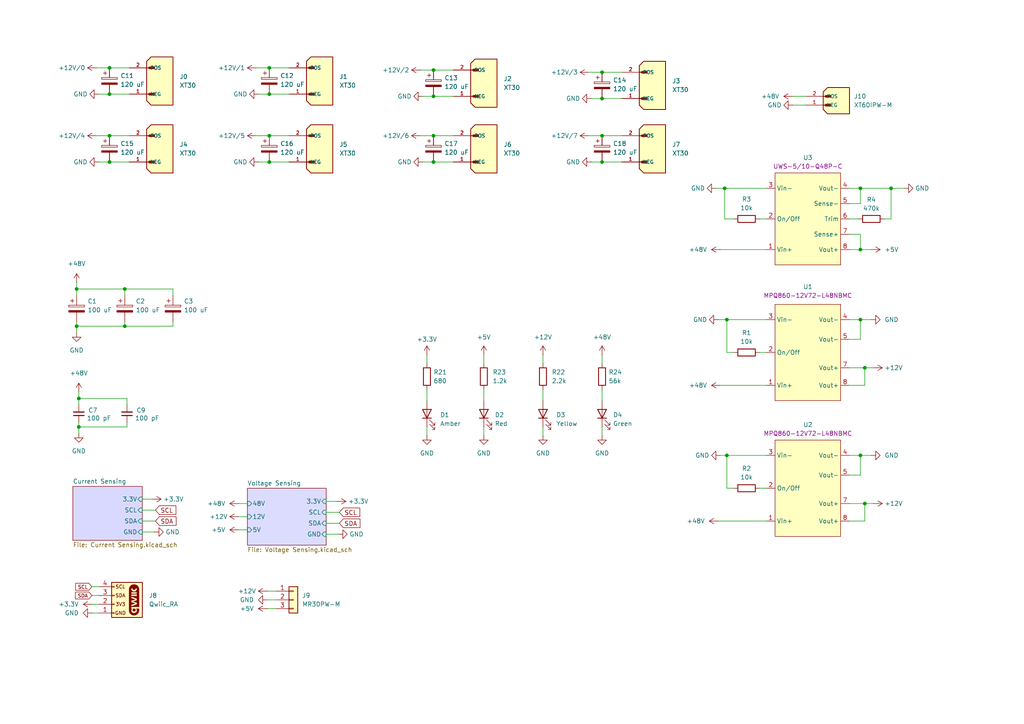
<source format=kicad_sch>
(kicad_sch (version 20231120) (generator "eeschema") (generator_version "8.0")
  (paper "A4")
  (junction (at 125.73 27.94))
  (junction (at 78.105 46.99))
  (junction (at 249.555 132.08))
  (junction (at 174.625 20.955))
  (junction (at 78.105 39.37))
  (junction (at 22.86 115.57))
  (junction (at 36.195 94.615))
  (junction (at 174.625 28.575))
  (junction (at 258.445 54.61))
  (junction (at 31.75 39.37))
  (junction (at 31.75 27.305))
  (junction (at 78.105 19.685))
  (junction (at 250.825 146.05))
  (junction (at 31.75 46.99))
  (junction (at 249.555 54.61))
  (junction (at 210.82 132.08))
  (junction (at 250.825 106.68))
  (junction (at 249.555 72.39))
  (junction (at 78.105 27.305))
  (junction (at 22.86 123.825))
  (junction (at 210.185 54.61))
  (junction (at 174.625 46.99))
  (junction (at 125.73 46.99))
  (junction (at 125.73 20.32))
  (junction (at 125.73 39.37))
  (junction (at 210.82 92.71))
  (junction (at 174.625 39.37))
  (junction (at 22.225 94.615))
  (junction (at 249.555 92.71))
  (junction (at 31.75 19.685))
  (junction (at 22.225 83.82))
  (junction (at 36.195 83.82))
  (wire (pts (xy 174.625 102.87) (xy 174.625 105.41)))
  (wire (pts (xy 121.92 39.37) (xy 125.73 39.37)))
  (wire (pts (xy 125.73 39.37) (xy 131.445 39.37)))
  (wire (pts (xy 69.215 149.86) (xy 71.755 149.86)))
  (wire (pts (xy 249.555 92.71) (xy 252.73 92.71)))
  (wire (pts (xy 171.45 46.99) (xy 174.625 46.99)))
  (wire (pts (xy 208.915 132.08) (xy 210.82 132.08)))
  (wire (pts (xy 246.38 98.425) (xy 249.555 98.425)))
  (wire (pts (xy 125.73 20.32) (xy 131.445 20.32)))
  (wire (pts (xy 212.725 141.605) (xy 210.82 141.605)))
  (wire (pts (xy 157.48 123.825) (xy 157.48 126.365)))
  (wire (pts (xy 171.45 28.575) (xy 174.625 28.575)))
  (wire (pts (xy 26.67 175.26) (xy 28.575 175.26)))
  (wire (pts (xy 210.185 63.5) (xy 210.185 54.61)))
  (wire (pts (xy 157.48 102.87) (xy 157.48 105.41)))
  (wire (pts (xy 174.625 113.03) (xy 174.625 116.205)))
  (wire (pts (xy 210.82 132.08) (xy 222.25 132.08)))
  (wire (pts (xy 28.575 27.305) (xy 31.75 27.305)))
  (wire (pts (xy 27.94 19.685) (xy 31.75 19.685)))
  (wire (pts (xy 210.185 54.61) (xy 222.25 54.61)))
  (wire (pts (xy 22.225 94.615) (xy 22.225 93.345)))
  (wire (pts (xy 77.47 176.53) (xy 80.01 176.53)))
  (wire (pts (xy 256.54 63.5) (xy 258.445 63.5)))
  (wire (pts (xy 249.555 67.945) (xy 249.555 72.39)))
  (wire (pts (xy 94.615 151.765) (xy 98.425 151.765)))
  (wire (pts (xy 174.625 20.955) (xy 180.34 20.955)))
  (wire (pts (xy 246.38 132.08) (xy 249.555 132.08)))
  (wire (pts (xy 94.615 145.415) (xy 97.79 145.415)))
  (wire (pts (xy 258.445 63.5) (xy 258.445 54.61)))
  (wire (pts (xy 246.38 59.055) (xy 249.555 59.055)))
  (wire (pts (xy 208.915 72.39) (xy 222.25 72.39)))
  (wire (pts (xy 212.725 102.235) (xy 210.82 102.235)))
  (wire (pts (xy 36.83 115.57) (xy 36.83 117.475)))
  (wire (pts (xy 78.105 19.685) (xy 83.82 19.685)))
  (wire (pts (xy 74.295 39.37) (xy 78.105 39.37)))
  (wire (pts (xy 222.25 141.605) (xy 220.345 141.605)))
  (wire (pts (xy 74.93 27.305) (xy 78.105 27.305)))
  (wire (pts (xy 174.625 46.99) (xy 180.34 46.99)))
  (wire (pts (xy 229.87 30.48) (xy 233.68 30.48)))
  (wire (pts (xy 22.225 81.915) (xy 22.225 83.82)))
  (wire (pts (xy 220.345 63.5) (xy 222.25 63.5)))
  (wire (pts (xy 125.73 27.94) (xy 131.445 27.94)))
  (wire (pts (xy 31.75 19.685) (xy 37.465 19.685)))
  (wire (pts (xy 122.555 46.99) (xy 125.73 46.99)))
  (wire (pts (xy 74.295 19.685) (xy 78.105 19.685)))
  (wire (pts (xy 28.575 46.99) (xy 31.75 46.99)))
  (wire (pts (xy 36.83 123.825) (xy 36.83 122.555)))
  (wire (pts (xy 22.225 94.615) (xy 36.195 94.615)))
  (wire (pts (xy 249.555 54.61) (xy 258.445 54.61)))
  (wire (pts (xy 140.335 113.03) (xy 140.335 116.205)))
  (wire (pts (xy 78.105 39.37) (xy 83.82 39.37)))
  (wire (pts (xy 41.275 147.955) (xy 45.085 147.955)))
  (wire (pts (xy 36.195 94.615) (xy 36.195 93.345)))
  (wire (pts (xy 210.82 132.08) (xy 210.82 141.605)))
  (wire (pts (xy 31.75 39.37) (xy 37.465 39.37)))
  (wire (pts (xy 170.815 39.37) (xy 174.625 39.37)))
  (wire (pts (xy 246.38 137.795) (xy 249.555 137.795)))
  (wire (pts (xy 174.625 123.825) (xy 174.625 126.365)))
  (wire (pts (xy 249.555 132.08) (xy 252.73 132.08)))
  (wire (pts (xy 140.335 123.825) (xy 140.335 126.365)))
  (wire (pts (xy 22.225 83.82) (xy 22.225 85.725)))
  (wire (pts (xy 77.47 171.45) (xy 80.01 171.45)))
  (wire (pts (xy 246.38 111.76) (xy 250.825 111.76)))
  (wire (pts (xy 123.825 113.03) (xy 123.825 116.205)))
  (wire (pts (xy 249.555 132.08) (xy 249.555 137.795)))
  (wire (pts (xy 123.825 102.87) (xy 123.825 105.41)))
  (wire (pts (xy 31.75 27.305) (xy 37.465 27.305)))
  (wire (pts (xy 250.825 111.76) (xy 250.825 106.68)))
  (wire (pts (xy 27.94 39.37) (xy 31.75 39.37)))
  (wire (pts (xy 26.67 172.72) (xy 28.575 172.72)))
  (wire (pts (xy 174.625 28.575) (xy 180.34 28.575)))
  (wire (pts (xy 250.825 106.68) (xy 253.365 106.68)))
  (wire (pts (xy 246.38 151.13) (xy 250.825 151.13)))
  (wire (pts (xy 36.195 83.82) (xy 36.195 85.725)))
  (wire (pts (xy 36.195 94.615) (xy 50.165 94.615)))
  (wire (pts (xy 229.87 27.94) (xy 233.68 27.94)))
  (wire (pts (xy 26.67 177.8) (xy 28.575 177.8)))
  (wire (pts (xy 41.275 151.13) (xy 45.085 151.13)))
  (wire (pts (xy 246.38 92.71) (xy 249.555 92.71)))
  (wire (pts (xy 78.105 46.99) (xy 83.82 46.99)))
  (wire (pts (xy 222.25 102.235) (xy 220.345 102.235)))
  (wire (pts (xy 22.86 122.555) (xy 22.86 123.825)))
  (wire (pts (xy 212.725 63.5) (xy 210.185 63.5)))
  (wire (pts (xy 246.38 67.945) (xy 249.555 67.945)))
  (wire (pts (xy 208.28 92.71) (xy 210.82 92.71)))
  (wire (pts (xy 246.38 63.5) (xy 248.92 63.5)))
  (wire (pts (xy 50.165 83.82) (xy 50.165 85.725)))
  (wire (pts (xy 77.47 173.99) (xy 80.01 173.99)))
  (wire (pts (xy 69.215 153.67) (xy 71.755 153.67)))
  (wire (pts (xy 246.38 72.39) (xy 249.555 72.39)))
  (wire (pts (xy 125.73 46.99) (xy 131.445 46.99)))
  (wire (pts (xy 249.555 72.39) (xy 252.73 72.39)))
  (wire (pts (xy 170.815 20.955) (xy 174.625 20.955)))
  (wire (pts (xy 246.38 146.05) (xy 250.825 146.05)))
  (wire (pts (xy 246.38 106.68) (xy 250.825 106.68)))
  (wire (pts (xy 94.615 154.94) (xy 98.171 154.94)))
  (wire (pts (xy 69.215 146.05) (xy 71.755 146.05)))
  (wire (pts (xy 210.82 92.71) (xy 210.82 102.235)))
  (wire (pts (xy 123.825 123.825) (xy 123.825 126.365)))
  (wire (pts (xy 22.86 123.825) (xy 22.86 125.73)))
  (wire (pts (xy 121.92 20.32) (xy 125.73 20.32)))
  (wire (pts (xy 250.825 151.13) (xy 250.825 146.05)))
  (wire (pts (xy 249.555 92.71) (xy 249.555 98.425)))
  (wire (pts (xy 22.86 115.57) (xy 36.83 115.57)))
  (wire (pts (xy 22.86 115.57) (xy 22.86 117.475)))
  (wire (pts (xy 41.275 154.305) (xy 44.831 154.305)))
  (wire (pts (xy 22.225 94.615) (xy 22.225 96.52)))
  (wire (pts (xy 31.75 46.99) (xy 37.465 46.99)))
  (wire (pts (xy 74.93 46.99) (xy 78.105 46.99)))
  (wire (pts (xy 208.915 111.76) (xy 222.25 111.76)))
  (wire (pts (xy 22.86 113.665) (xy 22.86 115.57)))
  (wire (pts (xy 210.82 92.71) (xy 222.25 92.71)))
  (wire (pts (xy 140.335 102.87) (xy 140.335 105.41)))
  (wire (pts (xy 50.165 94.615) (xy 50.165 93.345)))
  (wire (pts (xy 174.625 39.37) (xy 180.34 39.37)))
  (wire (pts (xy 207.645 54.61) (xy 210.185 54.61)))
  (wire (pts (xy 258.445 54.61) (xy 262.255 54.61)))
  (wire (pts (xy 157.48 113.03) (xy 157.48 116.205)))
  (wire (pts (xy 22.225 83.82) (xy 36.195 83.82)))
  (wire (pts (xy 250.825 146.05) (xy 253.365 146.05)))
  (wire (pts (xy 122.555 27.94) (xy 125.73 27.94)))
  (wire (pts (xy 208.28 151.13) (xy 222.25 151.13)))
  (wire (pts (xy 249.555 59.055) (xy 249.555 54.61)))
  (wire (pts (xy 36.195 83.82) (xy 50.165 83.82)))
  (wire (pts (xy 41.275 144.78) (xy 44.196 144.78)))
  (wire (pts (xy 26.67 170.18) (xy 28.575 170.18)))
  (wire (pts (xy 94.615 148.59) (xy 98.425 148.59)))
  (wire (pts (xy 78.105 27.305) (xy 83.82 27.305)))
  (wire (pts (xy 36.83 123.825) (xy 22.86 123.825)))
  (wire (pts (xy 246.38 54.61) (xy 249.555 54.61)))
  (global_label "SDA" (shape input) (at 45.085 151.13 0) (property "Intersheetrefs" "${INTERSHEET_REFS}" (effects (hide yes))))
  (global_label "SCL" (shape input) (at 26.67 170.18 180) (effects (font (size 1.016 1.016))) (property "Intersheetrefs" "${INTERSHEET_REFS}" (effects (hide yes))))
  (global_label "SCL" (shape input) (at 45.085 147.955 0) (property "Intersheetrefs" "${INTERSHEET_REFS}" (effects (hide yes))))
  (global_label "SDA" (shape input) (at 98.425 151.765 0) (property "Intersheetrefs" "${INTERSHEET_REFS}" (effects (hide yes))))
  (global_label "SCL" (shape input) (at 98.425 148.59 0) (property "Intersheetrefs" "${INTERSHEET_REFS}" (effects (hide yes))))
  (global_label "SDA" (shape input) (at 26.67 172.72 180) (effects (font (size 1.016 1.016))) (property "Intersheetrefs" "${INTERSHEET_REFS}" (effects (hide yes))))
  (symbol (lib_id "power:+12V") (at 27.94 19.685 90) (unit 1)
    (property "Reference" "#PWR021" (effects (hide yes)))
    (property "Value" "+12V/0" (at 20.828 19.685 90))
    (property "Description" "Power symbol creates a global label with name \"+12V\"" (effects (hide yes)))
  )
  (symbol (lib_id "power:GND") (at 22.225 96.52 0) (unit 1)
    (property "Reference" "#PWR032" (effects (hide yes)))
    (property "Value" "GND" (at 22.225 101.6 0))
    (property "Description" "Power symbol creates a global label with name \"GND\" , ground" (effects (hide yes)))
  )
  (symbol (lib_id "power:+12V") (at 174.625 102.87 0) (unit 1)
    (property "Reference" "#PWR0121" (effects (hide yes)))
    (property "Value" "+48V" (at 174.625 97.79 0))
    (property "Description" "Power symbol creates a global label with name \"+12V\"" (effects (hide yes)))
  )
  (symbol (lib_id "power:GND") (at 157.48 126.365 0) (unit 1)
    (property "Reference" "#PWR0119" (effects (hide yes)))
    (property "Value" "GND" (at 157.48 131.445 0))
    (property "Description" "Power symbol creates a global label with name \"GND\" , ground" (effects (hide yes)))
  )
  (symbol (lib_id "power:+48V") (at 229.87 27.94 90) (unit 1)
    (property "Reference" "#PWR015" (effects (hide yes)))
    (property "Value" "+48V" (at 226.06 27.9399 90) (effects (justify left)))
    (property "Description" "Power symbol creates a global label with name \"+48V\"" (effects (hide yes)))
  )
  (symbol (lib_id "Device:R") (at 140.335 109.22 0) (unit 1)
    (property "Reference" "R23" (at 142.875 107.9499 0) (effects (justify left)))
    (property "Value" "1.2k" (at 142.875 110.4899 0) (effects (justify left)))
    (property "Footprint" "Resistor_SMD:R_0805_2012Metric" (effects (hide yes)))
    (property "Datasheet" "https://www.te.com/usa-en/product-2-2176341-6.datasheet.pdf" (effects (hide yes)))
    (property "Description" "RES 1.2K OHM 1% 1/8W 0805" (effects (hide yes)))
    (property "Mfr." "TE Connectivity" (effects (hide yes)))
    (property "Part #" "CRGCQ0805F1K2" (effects (hide yes)))
    (property "Price" "$0.037" (effects (hide yes)))
    (property "Order Link" "https://www.digikey.com/en/products/detail/te-connectivity-passive-product/CRGCQ0805F1K2/8576352?s=N4IgjCBcoMxaBjKAzAhgGwM4FMA0IB7KAbXDBggF18AHAFyhAGU6AnASwDsBzEAX3wAmAAwAOAKzwQSSGix5CJcADpBAAgDWAeQAWAW0whqIeowCqndnS3IAstlSYArq2z8BIQUoDCAJQDi3gCKYsKSlHxAA" (effects (hide yes)))
  )
  (symbol (lib_id "power:GND") (at 28.575 46.99 270) (unit 1)
    (property "Reference" "#PWR046" (effects (hide yes)))
    (property "Value" "GND" (at 25.4 46.9899 90) (effects (justify right)))
    (property "Description" "Power symbol creates a global label with name \"GND\" , ground" (effects (hide yes)))
  )
  (symbol (lib_id "Device:C_Polarized") (at 50.165 89.535 0) (unit 1)
    (property "Reference" "C3" (at 53.34 87.3759 0) (effects (justify left)))
    (property "Value" "100 uF" (at 53.34 89.9159 0) (effects (justify left)))
    (property "Footprint" "107AVG063MFBJ:CAP_AVG-8x12_ILC" (effects (hide yes)))
    (property "Datasheet" "https://www.cde.com/resources/catalogs/AVG.pdf" (effects (hide yes)))
    (property "Description" "100 µF 63 V Aluminum - Polymer Capacitors Radial, Can 32mOhm 2000 Hrs @ 125°C" (effects (hide yes)))
    (property "Mfr." "Cornell Dubilier Knowles" (effects (hide yes)))
    (property "Part #" "107AVG063MFBJ" (effects (hide yes)))
    (property "Price" "$2.71" (effects (hide yes)))
    (property "Order Link" "https://www.digikey.com/en/products/detail/cornell-dubilier-knowles/107AVG063MFBJ/5410728" (effects (hide yes)))
  )
  (symbol (lib_id "power:+48V") (at 140.335 102.87 0) (unit 1)
    (property "Reference" "#PWR0116" (effects (hide yes)))
    (property "Value" "+5V" (at 140.335 97.79 0))
    (property "Description" "Power symbol creates a global label with name \"+48V\"" (effects (hide yes)))
  )
  (symbol (lib_id "Device:LED") (at 140.335 120.015 90) (unit 1)
    (property "Reference" "D2" (at 143.51 120.3324 90) (effects (justify right)))
    (property "Value" "Red" (at 143.51 122.8724 90) (effects (justify right)))
    (property "Footprint" "0805 LED:WL-SMCW_0805" (effects (hide yes)))
    (property "Datasheet" "https://www.we-online.com/components/products/datasheet/150080RS75000.pdf" (effects (hide yes)))
    (property "Description" "LED RED CLEAR 0805 SMD" (effects (hide yes)))
    (property "Mfr." "Würth Elektronik" (effects (hide yes)))
    (property "Part #" "150080RS75000" (effects (hide yes)))
    (property "Price" "$0.19" (effects (hide yes)))
    (property "Order Link" "https://www.digikey.com/en/products/detail/w%C3%BCrth-elektronik/150080RS75000/4489918" (effects (hide yes)))
  )
  (symbol (lib_name "XT60-M_2") (lib_id "XT60:XT60-M") (at 136.525 44.45 0) (unit 1)
    (property "Reference" "J6" (at 146.05 41.9099 0) (effects (justify left)))
    (property "Value" "XT30" (at 146.05 44.4499 0) (effects (justify left)))
    (property "Footprint" "Connector_AMASS:AMASS_XT30U-M_1x02_P5.0mm_Vertical" (effects (hide yes)))
    (property "Datasheet" "https://www.tme.com/Document/7d9d972ae3468777f69ec2ee99897652/XT30U-M.pdf" (effects (hide yes)))
    (property "Description" "XT30; 15A; 500V" (effects (hide yes)))
    (property "Mfr." "AMASS" (effects (hide yes)))
    (property "Part #" "XT30U-M" (effects (hide yes)))
    (property "Price" "$0.884" (effects (hide yes)))
    (property "Order Link" "https://www.tme.com/us/en-us/details/xt30u-m/dc-power-connectors/amass/" (effects (hide yes)))
  )
  (symbol (lib_id "power:+12V") (at 74.295 39.37 90) (unit 1)
    (property "Reference" "#PWR047" (effects (hide yes)))
    (property "Value" "+12V/5" (at 67.183 39.37 90))
    (property "Description" "Power symbol creates a global label with name \"+12V\"" (effects (hide yes)))
  )
  (symbol (lib_id "Device:C_Polarized") (at 78.105 23.495 0) (unit 1)
    (property "Reference" "C12" (at 81.28 21.971 0) (effects (justify left)))
    (property "Value" "120 uF" (at 81.28 24.511 0) (effects (justify left)))
    (property "Footprint" "20SVPF120M:PCAP_SVP_C6_PAN-M" (effects (hide yes)))
    (property "Datasheet" "https://industrial.panasonic.com/cdbs/www-data/pdf/AAB8000/AAB8000C177.pdf" (effects (hide yes)))
    (property "Description" "CAP ALUM POLY 120UF 20% 20V SMD" (effects (hide yes)))
    (property "Mfr." "Panasonic Electronic Components" (effects (hide yes)))
    (property "Part #" "20SVPF120M" (effects (hide yes)))
    (property "Price" "$1.17" (effects (hide yes)))
    (property "Order Link" "https://www.digikey.com/en/products/detail/panasonic-electronic-components/20SVPF120M/4204830?s=N4IgjCBcoCwGxVAYygMwIYBsDOBTANCAPZQDa4AHAOxUCsIhYAzBQAwUPi1UCcCAuoQAOAFyggAyiIBOASwB2AcxABfQnB6IQKSBhwFiZEDFY8mZkIJCjxUuUtWNarVlp168hEpHJgqrACYEJyZ4S2ExSEkZBWU1EADWGE1obTQsT0MfcESAAgBWgDFw60iQAFV5WREAeVQAWVx0bABXaVxHBNZeN3T9LyMA2lyANU4mANHx4bHCZynCPLGrGyjK6rrG5raO%2BIBaCFT3DINvX1d%2BfZhe3ROB7PM4bnG%2BWg5CR9pND744CB%2B4E8XoDXAC4AFLPsIUcoDIWqcjPRLoQ9ggYZA4QjshDLvF6KkhFAwMJCZAwC4VCogA" (effects (hide yes)))
  )
  (symbol (lib_id "Device:R") (at 174.625 109.22 0) (unit 1)
    (property "Reference" "R24" (at 176.53 107.9499 0) (effects (justify left)))
    (property "Value" "56k" (at 176.53 110.4899 0) (effects (justify left)))
    (property "Footprint" "Resistor_SMD:R_0805_2012Metric" (effects (hide yes)))
    (property "Datasheet" "https://www.te.com/usa-en/product-4-2176341-6.datasheet.pdf" (effects (hide yes)))
    (property "Description" "RES 56K OHM 1% 1/8W 0805" (effects (hide yes)))
    (property "Mfr." "TE Connectivity" (effects (hide yes)))
    (property "Part #" "CRGCQ0805F56K" (effects (hide yes)))
    (property "Price" "$0.037" (effects (hide yes)))
    (property "Order Link" "https://www.digikey.com/en/products/detail/te-connectivity-passive-product/CRGCQ0805F56K/8576372?s=N4IgjCBcoEwAwA4CsVQGMoDMCGAbAzgKYA0IA9lANohIBsABANYDyAFgLb4gC6pADgBcoIAKoA7AJYDmmALKFs%2BAK4AnQiAC%2BG0jCogAwgCUA4voCKiOCm4agA" (effects (hide yes)))
  )
  (symbol (lib_id "UWS-5:UWS-5") (at 234.315 63.5 0) (unit 1)
    (property "Reference" "U3" (at 234.315 45.72 0))
    (property "Footprint" "UWS-5_10-Q48P-C:UWS-5_10-Q48P-C" (effects (hide yes)))
    (property "Datasheet" "https://www.murata.com/products/productdata/8807041073182/uws.pdf" (effects (hide yes)))
    (property "Description" "18-75Vin, 5Vout, 50W DC-DC Converter" (effects (hide yes)))
    (property "Mfr." "Murata" (effects (hide yes)))
    (property "Part #" "UWS-5/10-Q48P-C" (at 234.315 48.26 0))
    (property "Price" "$37.54" (effects (hide yes)))
    (property "Order Link" "https://www.digikey.com/en/products/detail/murata-power-solutions-inc/UWS-5-10-Q48P-C/3029187" (effects (hide yes)))
  )
  (symbol (lib_id "power:+48V") (at 208.28 151.13 90) (unit 1)
    (property "Reference" "#PWR05" (effects (hide yes)))
    (property "Value" "+48V" (at 204.47 151.1299 90) (effects (justify left)))
    (property "Description" "Power symbol creates a global label with name \"+48V\"" (effects (hide yes)))
  )
  (symbol (lib_id "power:+48V") (at 77.47 176.53 90) (unit 1)
    (property "Reference" "#PWR025" (effects (hide yes)))
    (property "Value" "+5V" (at 73.66 176.5299 90) (effects (justify left)))
    (property "Description" "Power symbol creates a global label with name \"+48V\"" (effects (hide yes)))
  )
  (symbol (lib_id "Device:C_Small") (at 22.86 120.015 180) (unit 1)
    (property "Reference" "C7" (at 26.924 118.999 0))
    (property "Value" "100 pF" (at 28.702 121.285 0))
    (property "Footprint" "0805 Ceramic Capacitor:CAPC2012X140N" (effects (hide yes)))
    (property "Datasheet" "https://datasheets.kyocera-avx.com/KGQ-Series.pdf" (effects (hide yes)))
    (property "Description" "CAP CER 100PF 100V C0G/NP0 0805" (effects (hide yes)))
    (property "Mfr." "KYOCERA AVX" (effects (hide yes)))
    (property "Part #" "KGQ21HCG2A101JT" (effects (hide yes)))
    (property "Price" "$0.45" (effects (hide yes)))
    (property "Order Link" "https://www.digikey.com/en/products/detail/kyocera-avx/KGQ21HCG2A101JT/1601483" (effects (hide yes)))
  )
  (symbol (lib_name "XT60-M_2") (lib_id "XT60:XT60-M") (at 185.42 26.035 0) (unit 1)
    (property "Reference" "J3" (at 194.945 23.4949 0) (effects (justify left)))
    (property "Value" "XT30" (at 194.945 26.0349 0) (effects (justify left)))
    (property "Footprint" "Connector_AMASS:AMASS_XT30U-M_1x02_P5.0mm_Vertical" (effects (hide yes)))
    (property "Datasheet" "https://www.tme.com/Document/7d9d972ae3468777f69ec2ee99897652/XT30U-M.pdf" (effects (hide yes)))
    (property "Description" "XT30; 15A; 500V" (effects (hide yes)))
    (property "Mfr." "AMASS" (effects (hide yes)))
    (property "Part #" "XT30U-M" (effects (hide yes)))
    (property "Price" "$0.884" (effects (hide yes)))
    (property "Order Link" "https://www.tme.com/us/en-us/details/xt30u-m/dc-power-connectors/amass/" (effects (hide yes)))
  )
  (symbol (lib_id "Device:R") (at 216.535 102.235 90) (unit 1)
    (property "Reference" "R1" (at 216.535 96.52 90))
    (property "Value" "10k" (at 216.535 99.06 90))
    (property "Footprint" "Resistor_SMD:R_0805_2012Metric" (effects (hide yes)))
    (property "Datasheet" "https://www.te.com/usa-en/product-3-2176341-7.datasheet.pdf" (effects (hide yes)))
    (property "Description" "RES 10K OHM 1% 1/8W 0805" (effects (hide yes)))
    (property "Mfr." "TE Connectivity" (effects (hide yes)))
    (property "Part #" "CRGCQ0805F10K" (effects (hide yes)))
    (property "Price" "$0.036" (effects (hide yes)))
    (property "Order Link" "https://www.digikey.com/en/products/detail/te-connectivity-passive-product/CRGCQ0805F10K/8576363?s=N4IgjCBcoMxaBjKAzAhgGwM4FMA0IB7KAbXDBggF18AHAFyhAGU6AnASwDsBzEAX3wAmAAwAOAKzwQSSGix5CJcMIAEAawDyACwC2mENRD1GAVU7s6G5AFlsqTAFdW2fgJCClAYQBKAcU8AimLCkpR8QA" (effects (hide yes)))
  )
  (symbol (lib_id "power:+48V") (at 69.215 146.05 90) (unit 1)
    (property "Reference" "#PWR0105" (effects (hide yes)))
    (property "Value" "+48V" (at 65.405 146.0499 90) (effects (justify left)))
    (property "Description" "Power symbol creates a global label with name \"+48V\"" (effects (hide yes)))
  )
  (symbol (lib_id "power:GND") (at 74.93 27.305 270) (unit 1)
    (property "Reference" "#PWR040" (effects (hide yes)))
    (property "Value" "GND" (at 71.755 27.3049 90) (effects (justify right)))
    (property "Description" "Power symbol creates a global label with name \"GND\" , ground" (effects (hide yes)))
  )
  (symbol (lib_id "power:+48V") (at 208.915 72.39 90) (unit 1)
    (property "Reference" "#PWR01" (effects (hide yes)))
    (property "Value" "+48V" (at 205.105 72.3899 90) (effects (justify left)))
    (property "Description" "Power symbol creates a global label with name \"+48V\"" (effects (hide yes)))
  )
  (symbol (lib_id "power:GND") (at 74.93 46.99 270) (unit 1)
    (property "Reference" "#PWR048" (effects (hide yes)))
    (property "Value" "GND" (at 71.755 46.9899 90) (effects (justify right)))
    (property "Description" "Power symbol creates a global label with name \"GND\" , ground" (effects (hide yes)))
  )
  (symbol (lib_id "power:GND") (at 122.555 27.94 270) (unit 1)
    (property "Reference" "#PWR042" (effects (hide yes)))
    (property "Value" "GND" (at 119.38 27.9399 90) (effects (justify right)))
    (property "Description" "Power symbol creates a global label with name \"GND\" , ground" (effects (hide yes)))
  )
  (symbol (lib_id "power:+48V") (at 22.225 81.915 0) (unit 1)
    (property "Reference" "#PWR031" (effects (hide yes)))
    (property "Value" "+48V" (at 22.225 76.4777 0))
    (property "Description" "Power symbol creates a global label with name \"+48V\"" (effects (hide yes)))
  )
  (symbol (lib_id "power:+48V") (at 208.915 111.76 90) (unit 1)
    (property "Reference" "#PWR09" (effects (hide yes)))
    (property "Value" "+48V" (at 205.105 111.7599 90) (effects (justify left)))
    (property "Description" "Power symbol creates a global label with name \"+48V\"" (effects (hide yes)))
  )
  (symbol (lib_name "XT60-M_2") (lib_id "XT60:XT60-M") (at 185.42 44.45 0) (unit 1)
    (property "Reference" "J7" (at 194.945 41.9099 0) (effects (justify left)))
    (property "Value" "XT30" (at 194.945 44.4499 0) (effects (justify left)))
    (property "Footprint" "Connector_AMASS:AMASS_XT30U-M_1x02_P5.0mm_Vertical" (effects (hide yes)))
    (property "Datasheet" "https://www.tme.com/Document/7d9d972ae3468777f69ec2ee99897652/XT30U-M.pdf" (effects (hide yes)))
    (property "Description" "XT30; 15A; 500V" (effects (hide yes)))
    (property "Mfr." "AMASS" (effects (hide yes)))
    (property "Part #" "XT30U-M" (effects (hide yes)))
    (property "Price" "$0.884" (effects (hide yes)))
    (property "Order Link" "https://www.tme.com/us/en-us/details/xt30u-m/dc-power-connectors/amass/" (effects (hide yes)))
  )
  (symbol (lib_name "XT60-M_2") (lib_id "XT60:XT60-M") (at 136.525 25.4 0) (unit 1)
    (property "Reference" "J2" (at 146.05 22.8599 0) (effects (justify left)))
    (property "Value" "XT30" (at 146.05 25.3999 0) (effects (justify left)))
    (property "Footprint" "Connector_AMASS:AMASS_XT30U-M_1x02_P5.0mm_Vertical" (effects (hide yes)))
    (property "Datasheet" "https://www.tme.com/Document/7d9d972ae3468777f69ec2ee99897652/XT30U-M.pdf" (effects (hide yes)))
    (property "Description" "XT30; 15A; 500V" (effects (hide yes)))
    (property "Mfr." "AMASS" (effects (hide yes)))
    (property "Part #" "XT30U-M" (effects (hide yes)))
    (property "Price" "$0.884" (effects (hide yes)))
    (property "Order Link" "https://www.tme.com/us/en-us/details/xt30u-m/dc-power-connectors/amass/" (effects (hide yes)))
  )
  (symbol (lib_id "power:GND") (at 98.171 154.94 90) (unit 1)
    (property "Reference" "#PWR0113" (effects (hide yes)))
    (property "Value" "GND" (at 101.346 154.9399 90) (effects (justify right)))
    (property "Description" "Power symbol creates a global label with name \"GND\" , ground" (effects (hide yes)))
  )
  (symbol (lib_id "power:+48V") (at 69.215 149.86 90) (unit 1)
    (property "Reference" "#PWR0107" (effects (hide yes)))
    (property "Value" "+12V" (at 66.04 149.8599 90) (effects (justify left)))
    (property "Description" "Power symbol creates a global label with name \"+48V\"" (effects (hide yes)))
  )
  (symbol (lib_id "power:GND") (at 28.575 27.305 270) (unit 1)
    (property "Reference" "#PWR022" (effects (hide yes)))
    (property "Value" "GND" (at 25.4 27.3049 90) (effects (justify right)))
    (property "Description" "Power symbol creates a global label with name \"GND\" , ground" (effects (hide yes)))
  )
  (symbol (lib_name "XT60-M_2") (lib_id "XT60:XT60-M") (at 42.545 24.765 0) (unit 1)
    (property "Reference" "J0" (at 52.07 22.2249 0) (effects (justify left)))
    (property "Value" "XT30" (at 52.07 24.7649 0) (effects (justify left)))
    (property "Footprint" "Connector_AMASS:AMASS_XT30U-M_1x02_P5.0mm_Vertical" (effects (hide yes)))
    (property "Datasheet" "https://www.tme.com/Document/7d9d972ae3468777f69ec2ee99897652/XT30U-M.pdf" (effects (hide yes)))
    (property "Description" "XT30; 15A; 500V" (effects (hide yes)))
    (property "Mfr." "AMASS" (effects (hide yes)))
    (property "Part #" "XT30U-M" (effects (hide yes)))
    (property "Price" "$0.884" (effects (hide yes)))
    (property "Order Link" "https://www.tme.com/us/en-us/details/xt30u-m/dc-power-connectors/amass/" (effects (hide yes)))
  )
  (symbol (lib_id "power:GND") (at 26.67 177.8 270) (unit 1)
    (property "Reference" "#PWR018" (effects (hide yes)))
    (property "Value" "GND" (at 22.86 177.7999 90) (effects (justify right)))
    (property "Description" "Power symbol creates a global label with name \"GND\" , ground" (effects (hide yes)))
  )
  (symbol (lib_id "power:+12V") (at 253.365 146.05 270) (unit 1)
    (property "Reference" "#PWR08" (effects (hide yes)))
    (property "Value" "+12V" (at 256.54 146.0499 90) (effects (justify left)))
    (property "Description" "Power symbol creates a global label with name \"+12V\"" (effects (hide yes)))
  )
  (symbol (lib_id "MPQ860-12V72-L48NBMC:MPQ860-12V72-L48NBMC") (at 234.315 141.605 0) (unit 1)
    (property "Reference" "U2" (at 234.315 123.19 0))
    (property "Footprint" "MPQ860-12V72-L48NBMC:MPQ860-12V72-L48NBMC" (effects (hide yes)))
    (property "Datasheet" "https://www.murata.com/products/productdata/8828190982174/MPQ860-12V72-L48NBMC.pdf?1729567814000" (effects (hide yes)))
    (property "Description" "40-60Vin, 12Vout, 860W DC-DC Converter" (effects (hide yes)))
    (property "Mfr." "Murata" (effects (hide yes)))
    (property "Part #" "MPQ860-12V72-L48NBMC" (at 234.315 125.73 0))
    (property "Price" "$92.82" (effects (hide yes)))
    (property "Order Link" "https://www.digikey.com/en/products/detail/murata-power-solutions-inc/MPQ860-12V72-L48NBMC/26005878?s=N4IgTCBcDaILYAcCOAOAbABgLQEYwDcB2MLAGwBYUA7AIzgGMQBdAXyA" (effects (hide yes)))
  )
  (symbol (lib_id "Device:C_Small") (at 36.83 120.015 180) (unit 1)
    (property "Reference" "C9" (at 40.894 118.999 0))
    (property "Value" "100 pF" (at 42.672 121.285 0))
    (property "Footprint" "0805 Ceramic Capacitor:CAPC2012X140N" (effects (hide yes)))
    (property "Datasheet" "https://datasheets.kyocera-avx.com/KGQ-Series.pdf" (effects (hide yes)))
    (property "Description" "CAP CER 100PF 100V C0G/NP0 0805" (effects (hide yes)))
    (property "Mfr." "KYOCERA AVX" (effects (hide yes)))
    (property "Part #" "KGQ21HCG2A101JT" (effects (hide yes)))
    (property "Price" "$0.45" (effects (hide yes)))
    (property "Order Link" "https://www.digikey.com/en/products/detail/kyocera-avx/KGQ21HCG2A101JT/1601483" (effects (hide yes)))
  )
  (symbol (lib_id "power:GND") (at 262.255 54.61 90) (unit 1)
    (property "Reference" "#PWR012" (effects (hide yes)))
    (property "Value" "GND" (at 265.43 54.6099 90) (effects (justify right)))
    (property "Description" "Power symbol creates a global label with name \"GND\" , ground" (effects (hide yes)))
  )
  (symbol (lib_id "power:+48V") (at 77.47 171.45 90) (unit 1)
    (property "Reference" "#PWR024" (effects (hide yes)))
    (property "Value" "+12V" (at 74.295 171.4499 90) (effects (justify left)))
    (property "Description" "Power symbol creates a global label with name \"+48V\"" (effects (hide yes)))
  )
  (symbol (lib_name "XT60-M_2") (lib_id "XT60:XT60-M") (at 42.545 44.45 0) (unit 1)
    (property "Reference" "J4" (at 52.07 41.9099 0) (effects (justify left)))
    (property "Value" "XT30" (at 52.07 44.4499 0) (effects (justify left)))
    (property "Footprint" "Connector_AMASS:AMASS_XT30U-M_1x02_P5.0mm_Vertical" (effects (hide yes)))
    (property "Datasheet" "https://www.tme.com/Document/7d9d972ae3468777f69ec2ee99897652/XT30U-M.pdf" (effects (hide yes)))
    (property "Description" "XT30; 15A; 500V" (effects (hide yes)))
    (property "Mfr." "AMASS" (effects (hide yes)))
    (property "Part #" "XT30U-M" (effects (hide yes)))
    (property "Price" "$0.884" (effects (hide yes)))
    (property "Order Link" "https://www.tme.com/us/en-us/details/xt30u-m/dc-power-connectors/amass/" (effects (hide yes)))
  )
  (symbol (lib_id "power:+12V") (at 170.815 39.37 90) (unit 1)
    (property "Reference" "#PWR051" (effects (hide yes)))
    (property "Value" "+12V/7" (at 163.703 39.37 90))
    (property "Description" "Power symbol creates a global label with name \"+12V\"" (effects (hide yes)))
  )
  (symbol (lib_id "Connector_Generic:Conn_01x03") (at 85.09 173.99 0) (unit 1)
    (property "Reference" "J9" (at 87.63 172.7199 0) (effects (justify left)))
    (property "Value" "MR30PW-M" (at 87.63 175.2599 0) (effects (justify left)))
    (property "Footprint" "Connector_AMASS:AMASS_MR30PW-M_1x03_P3.50mm_Horizontal" (effects (hide yes)))
    (property "Datasheet" "https://www.tme.com/Document/5fffb0d591c3b83b8e9faab5387231c6/MR30PW-M.pdf" (effects (hide yes)))
    (property "Description" "15A 500V 3 PIN Connector" (effects (hide yes)))
    (property "Mfr." "Amass" (effects (hide yes)))
    (property "Part #" "MR30PW-M" (effects (hide yes)))
    (property "Price" "$1.178" (effects (hide yes)))
    (property "Order Link" "https://www.tme.com/us/en-us/details/mr30pw-m/dc-power-connectors/amass/" (effects (hide yes)))
  )
  (symbol (lib_id "Device:C_Polarized") (at 31.75 23.495 0) (unit 1)
    (property "Reference" "C11" (at 34.925 21.971 0) (effects (justify left)))
    (property "Value" "120 uF" (at 34.925 24.511 0) (effects (justify left)))
    (property "Footprint" "20SVPF120M:PCAP_SVP_C6_PAN-M" (effects (hide yes)))
    (property "Datasheet" "https://industrial.panasonic.com/cdbs/www-data/pdf/AAB8000/AAB8000C177.pdf" (effects (hide yes)))
    (property "Description" "CAP ALUM POLY 120UF 20% 20V SMD" (effects (hide yes)))
    (property "Mfr." "Panasonic Electronic Components" (effects (hide yes)))
    (property "Part #" "20SVPF120M" (effects (hide yes)))
    (property "Price" "$1.17" (effects (hide yes)))
    (property "Order Link" "https://www.digikey.com/en/products/detail/panasonic-electronic-components/20SVPF120M/4204830?s=N4IgjCBcoCwGxVAYygMwIYBsDOBTANCAPZQDa4AHAOxUCsIhYAzBQAwUPi1UCcCAuoQAOAFyggAyiIBOASwB2AcxABfQnB6IQKSBhwFiZEDFY8mZkIJCjxUuUtWNarVlp168hEpHJgqrACYEJyZ4S2ExSEkZBWU1EADWGE1obTQsT0MfcESAAgBWgDFw60iQAFV5WREAeVQAWVx0bABXaVxHBNZeN3T9LyMA2lyANU4mANHx4bHCZynCPLGrGyjK6rrG5raO%2BIBaCFT3DINvX1d%2BfZhe3ROB7PM4bnG%2BWg5CR9pND744CB%2B4E8XoDXAC4AFLPsIUcoDIWqcjPRLoQ9ggYZA4QjshDLvF6KkhFAwMJCZAwC4VCogA" (effects (hide yes)))
  )
  (symbol (lib_id "MPQ860-12V72-L48NBMC:MPQ860-12V72-L48NBMC") (at 234.315 102.235 0) (unit 1)
    (property "Reference" "U1" (at 234.315 83.185 0))
    (property "Footprint" "MPQ860-12V72-L48NBMC:MPQ860-12V72-L48NBMC" (effects (hide yes)))
    (property "Datasheet" "https://www.murata.com/products/productdata/8828190982174/MPQ860-12V72-L48NBMC.pdf?1729567814000" (effects (hide yes)))
    (property "Description" "40-60Vin, 12Vout, 860W DC-DC Converter" (effects (hide yes)))
    (property "Mfr." "Murata" (effects (hide yes)))
    (property "Part #" "MPQ860-12V72-L48NBMC" (at 234.315 85.725 0))
    (property "Price" "$92.82" (effects (hide yes)))
    (property "Order Link" "https://www.digikey.com/en/products/detail/murata-power-solutions-inc/MPQ860-12V72-L48NBMC/26005878?s=N4IgTCBcDaILYAcCOAOAbABgLQEYwDcB2MLAGwBYUA7AIzgGMQBdAXyA" (effects (hide yes)))
  )
  (symbol (lib_id "SparkFun-Connector:Qwiic_Right_Angle") (at 33.655 172.72 0) (unit 1)
    (property "Reference" "J8" (at 43.18 172.7199 0) (effects (justify left)))
    (property "Value" "Qwiic_RA" (at 43.18 175.2599 0) (effects (justify left)))
    (property "Footprint" "QWIIC Connector RA:QWIIC Connector RA" (effects (hide yes)))
    (property "Datasheet" "https://www.jst-mfg.com/product/pdf/eng/eSH.pdf" (effects (hide yes)))
    (property "Description" "4 pin JST 1mm polarized connector for I2C" (effects (hide yes)))
    (property "Mfr." "JST Sales America Inc." (effects (hide yes)))
    (property "Part #" "SM04B-SRSS-TB" (effects (hide yes)))
    (property "Price" "$0.424" (effects (hide yes)))
    (property "Order Link" "https://www.digikey.com/en/products/detail/jst-sales-america-inc/SM04B-SRSS-TB/926710" (effects (hide yes)))
  )
  (symbol (lib_id "Device:R") (at 252.73 63.5 90) (unit 1)
    (property "Reference" "R4" (at 252.73 57.912 90))
    (property "Value" "470k" (at 252.73 60.452 90))
    (property "Footprint" "Resistor_SMD:R_0805_2012Metric" (effects (hide yes)))
    (property "Datasheet" "https://www.te.com/usa-en/product-5-2176341-7.datasheet.pdf" (effects (hide yes)))
    (property "Description" "RES 470K OHM 1% 1/8W 0805" (effects (hide yes)))
    (property "Mfr." "TE Connectivity" (effects (hide yes)))
    (property "Part #" "CRGCQ0805F470K" (effects (hide yes)))
    (property "Price" "$0.036" (effects (hide yes)))
    (property "Order Link" "https://www.digikey.com/en/products/detail/te-connectivity-passive-product/CRGCQ0805F470K/8576383?s=N4IgjCBcoMxaBjKAzAhgGwM4FMA0IB7KAbXDBggF18AHAFyhAGU6AnASwDsBzEAX3wAmAAwAOAKzwQSSGix5CJEABYA7MIAEAawDyACwC2mENRD1GAVU7s6O5AFlsqTAFdW2fgJCClAYQBKAOK%2BAIpiwpKUfEA" (effects (hide yes)))
  )
  (symbol (lib_id "Device:LED") (at 174.625 120.015 90) (unit 1)
    (property "Reference" "D4" (at 177.8 120.3324 90) (effects (justify right)))
    (property "Value" "Green" (at 177.8 122.8724 90) (effects (justify right)))
    (property "Footprint" "0805 LED:WL-SMCW_0805" (effects (hide yes)))
    (property "Datasheet" "https://www.we-online.com/components/products/datasheet/150080GS75000.pdf" (effects (hide yes)))
    (property "Description" "LED GREEN CLEAR 0805 SMD" (effects (hide yes)))
    (property "Mfr." "Würth Elektronik" (effects (hide yes)))
    (property "Part #" "150080GS75000" (effects (hide yes)))
    (property "Price" "$0.19" (effects (hide yes)))
    (property "Order Link" "https://www.digikey.com/en/products/detail/w%C3%BCrth-elektronik/150080GS75000/4489915" (effects (hide yes)))
  )
  (symbol (lib_id "power:GND") (at 140.335 126.365 0) (unit 1)
    (property "Reference" "#PWR0117" (effects (hide yes)))
    (property "Value" "GND" (at 140.335 131.445 0))
    (property "Description" "Power symbol creates a global label with name \"GND\" , ground" (effects (hide yes)))
  )
  (symbol (lib_id "power:+12V") (at 74.295 19.685 90) (unit 1)
    (property "Reference" "#PWR039" (effects (hide yes)))
    (property "Value" "+12V/1" (at 67.183 19.685 90))
    (property "Description" "Power symbol creates a global label with name \"+12V\"" (effects (hide yes)))
  )
  (symbol (lib_id "power:+3.3V") (at 26.67 175.26 90) (unit 1)
    (property "Reference" "#PWR017" (effects (hide yes)))
    (property "Value" "+3.3V" (at 22.86 175.2599 90) (effects (justify left)))
    (property "Description" "Power symbol creates a global label with name \"+3.3V\"" (effects (hide yes)))
  )
  (symbol (lib_id "Device:C_Polarized") (at 174.625 24.765 0) (unit 1)
    (property "Reference" "C14" (at 177.8 23.241 0) (effects (justify left)))
    (property "Value" "120 uF" (at 177.8 25.781 0) (effects (justify left)))
    (property "Footprint" "20SVPF120M:PCAP_SVP_C6_PAN-M" (effects (hide yes)))
    (property "Datasheet" "https://industrial.panasonic.com/cdbs/www-data/pdf/AAB8000/AAB8000C177.pdf" (effects (hide yes)))
    (property "Description" "CAP ALUM POLY 120UF 20% 20V SMD" (effects (hide yes)))
    (property "Mfr." "Panasonic Electronic Components" (effects (hide yes)))
    (property "Part #" "20SVPF120M" (effects (hide yes)))
    (property "Price" "$1.17" (effects (hide yes)))
    (property "Order Link" "https://www.digikey.com/en/products/detail/panasonic-electronic-components/20SVPF120M/4204830?s=N4IgjCBcoCwGxVAYygMwIYBsDOBTANCAPZQDa4AHAOxUCsIhYAzBQAwUPi1UCcCAuoQAOAFyggAyiIBOASwB2AcxABfQnB6IQKSBhwFiZEDFY8mZkIJCjxUuUtWNarVlp168hEpHJgqrACYEJyZ4S2ExSEkZBWU1EADWGE1obTQsT0MfcESAAgBWgDFw60iQAFV5WREAeVQAWVx0bABXaVxHBNZeN3T9LyMA2lyANU4mANHx4bHCZynCPLGrGyjK6rrG5raO%2BIBaCFT3DINvX1d%2BfZhe3ROB7PM4bnG%2BWg5CR9pND744CB%2B4E8XoDXAC4AFLPsIUcoDIWqcjPRLoQ9ggYZA4QjshDLvF6KkhFAwMJCZAwC4VCogA" (effects (hide yes)))
  )
  (symbol (lib_id "power:+12V") (at 170.815 20.955 90) (unit 1)
    (property "Reference" "#PWR043" (effects (hide yes)))
    (property "Value" "+12V/3" (at 163.703 20.955 90))
    (property "Description" "Power symbol creates a global label with name \"+12V\"" (effects (hide yes)))
  )
  (symbol (lib_id "Device:R") (at 123.825 109.22 0) (unit 1)
    (property "Reference" "R21" (at 125.73 107.9499 0) (effects (justify left)))
    (property "Value" "680" (at 125.73 110.4899 0) (effects (justify left)))
    (property "Footprint" "Resistor_SMD:R_0805_2012Metric" (effects (hide yes)))
    (property "Datasheet" "https://www.te.com/usa-en/product-2-2176341-3.datasheet.pdf" (effects (hide yes)))
    (property "Description" "RES 680 OHM 1% 1/8W 0805" (effects (hide yes)))
    (property "Mfr." "TE Connectivity" (effects (hide yes)))
    (property "Part #" "CRGCQ0805F680R" (effects (hide yes)))
    (property "Price" "$0.037" (effects (hide yes)))
    (property "Order Link" "https://www.digikey.com/en/products/detail/te-connectivity-passive-product/CRGCQ0805F680R/8576349?s=N4IgjCBcoMxaBjKAzAhgGwM4FMA0IB7KAbXDBggF18AHAFyhAGU6AnASwDsBzEAX3wAmAAwAOAKzwQSSGix5CJEADZRwgAQB5ABYBbTCGoh6jAKqd2dTcgCy2VJgCurbPwEhBSgMIAlAOJeAIpiwpKUfEA" (effects (hide yes)))
  )
  (symbol (lib_id "power:+3.3V") (at 97.79 145.415 270) (unit 1)
    (property "Reference" "#PWR0111" (effects (hide yes)))
    (property "Value" "+3.3V" (at 100.965 145.4149 90) (effects (justify left)))
    (property "Description" "Power symbol creates a global label with name \"+3.3V\"" (effects (hide yes)))
  )
  (symbol (lib_id "power:+3.3V") (at 123.825 102.87 0) (unit 1)
    (property "Reference" "#PWR0114" (effects (hide yes)))
    (property "Value" "+3.3V" (at 123.825 98.425 0))
    (property "Description" "Power symbol creates a global label with name \"+3.3V\"" (effects (hide yes)))
  )
  (symbol (lib_id "XT60:XT60-M") (at 238.76 30.48 0) (unit 1)
    (property "Reference" "J10" (at 247.65 27.9399 0) (effects (justify left)))
    (property "Value" "XT60IPW-M" (at 247.65 30.4799 0) (effects (justify left)))
    (property "Footprint" "Connector_AMASS:AMASS_XT60IPW-M_1x03_P7.20mm_Horizontal" (effects (hide yes)))
    (property "Datasheet" "https://www.tme.eu/Document/a5efb91801d38c85c7a1f61518cd6048/XT60IPW-M.pdf" (effects (hide yes)))
    (property "Description" "XT60; 30A; 500V" (effects (hide yes)))
    (property "Mfr." "AMASS" (effects (hide yes)))
    (property "Part #" "XT60IPW-M" (effects (hide yes)))
    (property "Price" "$0.90" (effects (hide yes)))
    (property "Order Link" "https://www.tme.eu/en/details/xt60ipw-m/dc-power-connectors/amass/" (effects (hide yes)))
  )
  (symbol (lib_id "Device:C_Polarized") (at 125.73 43.18 0) (unit 1)
    (property "Reference" "C17" (at 128.905 41.656 0) (effects (justify left)))
    (property "Value" "120 uF" (at 128.905 44.196 0) (effects (justify left)))
    (property "Footprint" "20SVPF120M:PCAP_SVP_C6_PAN-M" (effects (hide yes)))
    (property "Datasheet" "https://industrial.panasonic.com/cdbs/www-data/pdf/AAB8000/AAB8000C177.pdf" (effects (hide yes)))
    (property "Description" "CAP ALUM POLY 120UF 20% 20V SMD" (effects (hide yes)))
    (property "Mfr." "Panasonic Electronic Components" (effects (hide yes)))
    (property "Part #" "20SVPF120M" (effects (hide yes)))
    (property "Price" "$1.17" (effects (hide yes)))
    (property "Order Link" "https://www.digikey.com/en/products/detail/panasonic-electronic-components/20SVPF120M/4204830?s=N4IgjCBcoCwGxVAYygMwIYBsDOBTANCAPZQDa4AHAOxUCsIhYAzBQAwUPi1UCcCAuoQAOAFyggAyiIBOASwB2AcxABfQnB6IQKSBhwFiZEDFY8mZkIJCjxUuUtWNarVlp168hEpHJgqrACYEJyZ4S2ExSEkZBWU1EADWGE1obTQsT0MfcESAAgBWgDFw60iQAFV5WREAeVQAWVx0bABXaVxHBNZeN3T9LyMA2lyANU4mANHx4bHCZynCPLGrGyjK6rrG5raO%2BIBaCFT3DINvX1d%2BfZhe3ROB7PM4bnG%2BWg5CR9pND744CB%2B4E8XoDXAC4AFLPsIUcoDIWqcjPRLoQ9ggYZA4QjshDLvF6KkhFAwMJCZAwC4VCogA" (effects (hide yes)))
  )
  (symbol (lib_id "power:GND") (at 122.555 46.99 270) (unit 1)
    (property "Reference" "#PWR050" (effects (hide yes)))
    (property "Value" "GND" (at 119.38 46.9899 90) (effects (justify right)))
    (property "Description" "Power symbol creates a global label with name \"GND\" , ground" (effects (hide yes)))
  )
  (symbol (lib_id "Device:R") (at 216.535 63.5 90) (unit 1)
    (property "Reference" "R3" (at 216.535 57.785 90))
    (property "Value" "10k" (at 216.535 60.325 90))
    (property "Footprint" "Resistor_SMD:R_0805_2012Metric" (effects (hide yes)))
    (property "Datasheet" "https://www.te.com/usa-en/product-3-2176341-7.datasheet.pdf" (effects (hide yes)))
    (property "Description" "RES 10K OHM 1% 1/8W 0805" (effects (hide yes)))
    (property "Mfr." "TE Connectivity" (effects (hide yes)))
    (property "Part #" "CRGCQ0805F10K" (effects (hide yes)))
    (property "Price" "$0.036" (effects (hide yes)))
    (property "Order Link" "https://www.digikey.com/en/products/detail/te-connectivity-passive-product/CRGCQ0805F10K/8576363?s=N4IgjCBcoMxaBjKAzAhgGwM4FMA0IB7KAbXDBggF18AHAFyhAGU6AnASwDsBzEAX3wAmAAwAOAKzwQSSGix5CJcMIAEAawDyACwC2mENRD1GAVU7s6G5AFlsqTAFdW2fgJCClAYQBKAcU8AimLCkpR8QA" (effects (hide yes)))
  )
  (symbol (lib_id "power:GND") (at 252.73 92.71 90) (unit 1)
    (property "Reference" "#PWR03" (effects (hide yes)))
    (property "Value" "GND" (at 256.54 92.7099 90) (effects (justify right)))
    (property "Description" "Power symbol creates a global label with name \"GND\" , ground" (effects (hide yes)))
  )
  (symbol (lib_id "power:+12V") (at 121.92 39.37 90) (unit 1)
    (property "Reference" "#PWR049" (effects (hide yes)))
    (property "Value" "+12V/6" (at 114.808 39.37 90))
    (property "Description" "Power symbol creates a global label with name \"+12V\"" (effects (hide yes)))
  )
  (symbol (lib_id "power:GND") (at 252.73 132.08 90) (unit 1)
    (property "Reference" "#PWR07" (effects (hide yes)))
    (property "Value" "GND" (at 256.54 132.0799 90) (effects (justify right)))
    (property "Description" "Power symbol creates a global label with name \"GND\" , ground" (effects (hide yes)))
  )
  (symbol (lib_id "power:GND") (at 22.86 125.73 0) (unit 1)
    (property "Reference" "#PWR034" (effects (hide yes)))
    (property "Value" "GND" (at 22.86 130.81 0))
    (property "Description" "Power symbol creates a global label with name \"GND\" , ground" (effects (hide yes)))
  )
  (symbol (lib_id "power:GND") (at 229.87 30.48 270) (unit 1)
    (property "Reference" "#PWR016" (effects (hide yes)))
    (property "Value" "GND" (at 226.695 30.4799 90) (effects (justify right)))
    (property "Description" "Power symbol creates a global label with name \"GND\" , ground" (effects (hide yes)))
  )
  (symbol (lib_id "power:GND") (at 174.625 126.365 0) (unit 1)
    (property "Reference" "#PWR0120" (effects (hide yes)))
    (property "Value" "GND" (at 174.625 131.445 0))
    (property "Description" "Power symbol creates a global label with name \"GND\" , ground" (effects (hide yes)))
  )
  (symbol (lib_id "power:GND") (at 171.45 46.99 270) (unit 1)
    (property "Reference" "#PWR052" (effects (hide yes)))
    (property "Value" "GND" (at 168.275 46.9899 90) (effects (justify right)))
    (property "Description" "Power symbol creates a global label with name \"GND\" , ground" (effects (hide yes)))
  )
  (symbol (lib_id "Device:LED") (at 157.48 120.015 90) (unit 1)
    (property "Reference" "D3" (at 161.29 120.3324 90) (effects (justify right)))
    (property "Value" "Yellow" (at 161.29 122.8724 90) (effects (justify right)))
    (property "Footprint" "0805 LED:WL-SMCW_0805" (effects (hide yes)))
    (property "Datasheet" "https://www.we-online.com/components/products/datasheet/150080YS75000.pdf" (effects (hide yes)))
    (property "Description" "LED YELLOW CLEAR 0805 SMD" (effects (hide yes)))
    (property "Mfr." "Würth Elektronik" (effects (hide yes)))
    (property "Part #" "150080YS75000" (effects (hide yes)))
    (property "Price" "$0.19" (effects (hide yes)))
    (property "Order Link" "https://www.digikey.com/en/products/detail/w%C3%BCrth-elektronik/150080YS75000/4489927" (effects (hide yes)))
  )
  (symbol (lib_id "Device:C_Polarized") (at 78.105 43.18 0) (unit 1)
    (property "Reference" "C16" (at 81.28 41.656 0) (effects (justify left)))
    (property "Value" "120 uF" (at 81.28 44.196 0) (effects (justify left)))
    (property "Footprint" "20SVPF120M:PCAP_SVP_C6_PAN-M" (effects (hide yes)))
    (property "Datasheet" "https://industrial.panasonic.com/cdbs/www-data/pdf/AAB8000/AAB8000C177.pdf" (effects (hide yes)))
    (property "Description" "CAP ALUM POLY 120UF 20% 20V SMD" (effects (hide yes)))
    (property "Mfr." "Panasonic Electronic Components" (effects (hide yes)))
    (property "Part #" "20SVPF120M" (effects (hide yes)))
    (property "Price" "$1.17" (effects (hide yes)))
    (property "Order Link" "https://www.digikey.com/en/products/detail/panasonic-electronic-components/20SVPF120M/4204830?s=N4IgjCBcoCwGxVAYygMwIYBsDOBTANCAPZQDa4AHAOxUCsIhYAzBQAwUPi1UCcCAuoQAOAFyggAyiIBOASwB2AcxABfQnB6IQKSBhwFiZEDFY8mZkIJCjxUuUtWNarVlp168hEpHJgqrACYEJyZ4S2ExSEkZBWU1EADWGE1obTQsT0MfcESAAgBWgDFw60iQAFV5WREAeVQAWVx0bABXaVxHBNZeN3T9LyMA2lyANU4mANHx4bHCZynCPLGrGyjK6rrG5raO%2BIBaCFT3DINvX1d%2BfZhe3ROB7PM4bnG%2BWg5CR9pND744CB%2B4E8XoDXAC4AFLPsIUcoDIWqcjPRLoQ9ggYZA4QjshDLvF6KkhFAwMJCZAwC4VCogA" (effects (hide yes)))
  )
  (symbol (lib_id "power:+3.3V") (at 44.196 144.78 270) (unit 1)
    (property "Reference" "#PWR019" (effects (hide yes)))
    (property "Value" "+3.3V" (at 47.371 144.7799 90) (effects (justify left)))
    (property "Description" "Power symbol creates a global label with name \"+3.3V\"" (effects (hide yes)))
  )
  (symbol (lib_id "Device:C_Polarized") (at 22.225 89.535 0) (unit 1)
    (property "Reference" "C1" (at 25.4 87.3759 0) (effects (justify left)))
    (property "Value" "100 uF" (at 25.4 89.9159 0) (effects (justify left)))
    (property "Footprint" "107AVG063MFBJ:CAP_AVG-8x12_ILC" (effects (hide yes)))
    (property "Datasheet" "https://www.cde.com/resources/catalogs/AVG.pdf" (effects (hide yes)))
    (property "Description" "100 µF 63 V Aluminum - Polymer Capacitors Radial, Can 32mOhm 2000 Hrs @ 125°C" (effects (hide yes)))
    (property "Mfr." "Cornell Dubilier Knowles" (effects (hide yes)))
    (property "Part #" "107AVG063MFBJ" (effects (hide yes)))
    (property "Price" "$2.71" (effects (hide yes)))
    (property "Order Link" "https://www.digikey.com/en/products/detail/cornell-dubilier-knowles/107AVG063MFBJ/5410728" (effects (hide yes)))
  )
  (symbol (lib_id "Device:C_Polarized") (at 36.195 89.535 0) (unit 1)
    (property "Reference" "C2" (at 39.37 87.3759 0) (effects (justify left)))
    (property "Value" "100 uF" (at 39.37 89.9159 0) (effects (justify left)))
    (property "Footprint" "107AVG063MFBJ:CAP_AVG-8x12_ILC" (effects (hide yes)))
    (property "Datasheet" "https://www.cde.com/resources/catalogs/AVG.pdf" (effects (hide yes)))
    (property "Description" "100 µF 63 V Aluminum - Polymer Capacitors Radial, Can 32mOhm 2000 Hrs @ 125°C" (effects (hide yes)))
    (property "Mfr." "Cornell Dubilier Knowles" (effects (hide yes)))
    (property "Part #" "107AVG063MFBJ" (effects (hide yes)))
    (property "Price" "$2.71" (effects (hide yes)))
    (property "Order Link" "https://www.digikey.com/en/products/detail/cornell-dubilier-knowles/107AVG063MFBJ/5410728" (effects (hide yes)))
  )
  (symbol (lib_id "Device:R") (at 157.48 109.22 0) (unit 1)
    (property "Reference" "R22" (at 160.02 107.9499 0) (effects (justify left)))
    (property "Value" "2.2k" (at 160.02 110.4899 0) (effects (justify left)))
    (property "Footprint" "Resistor_SMD:R_0805_2012Metric" (effects (hide yes)))
    (property "Datasheet" "https://www.te.com/usa-en/product-2-2176341-9.datasheet.pdf" (effects (hide yes)))
    (property "Description" "RES 2.2K OHM 1% 1/8W 0805" (effects (hide yes)))
    (property "Mfr." "TE Connectivity" (effects (hide yes)))
    (property "Part #" "CRGCQ0805F2K2" (effects (hide yes)))
    (property "Price" "$0.037" (effects (hide yes)))
    (property "Order Link" "https://www.digikey.com/en/products/detail/te-connectivity-passive-product/CRGCQ0805F2K2/8576355" (effects (hide yes)))
  )
  (symbol (lib_id "power:GND") (at 77.47 173.99 270) (unit 1)
    (property "Reference" "#PWR028" (effects (hide yes)))
    (property "Value" "GND" (at 73.66 173.9899 90) (effects (justify right)))
    (property "Description" "Power symbol creates a global label with name \"GND\" , ground" (effects (hide yes)))
  )
  (symbol (lib_id "power:+12V") (at 27.94 39.37 90) (unit 1)
    (property "Reference" "#PWR045" (effects (hide yes)))
    (property "Value" "+12V/4" (at 20.828 39.37 90))
    (property "Description" "Power symbol creates a global label with name \"+12V\"" (effects (hide yes)))
  )
  (symbol (lib_id "power:GND") (at 171.45 28.575 270) (unit 1)
    (property "Reference" "#PWR044" (effects (hide yes)))
    (property "Value" "GND" (at 168.275 28.5749 90) (effects (justify right)))
    (property "Description" "Power symbol creates a global label with name \"GND\" , ground" (effects (hide yes)))
  )
  (symbol (lib_id "Device:LED") (at 123.825 120.015 90) (unit 1)
    (property "Reference" "D1" (at 127.635 120.3324 90) (effects (justify right)))
    (property "Value" "Amber" (at 127.635 122.8724 90) (effects (justify right)))
    (property "Footprint" "0805 LED:WL-SMCW_0805" (effects (hide yes)))
    (property "Datasheet" "https://www.we-online.com/components/products/datasheet/150080AS75000.pdf" (effects (hide yes)))
    (property "Description" "LED AMBER CLEAR 0805 SMD" (effects (hide yes)))
    (property "Mfr." "Würth Elektronik" (effects (hide yes)))
    (property "Part #" "150080AS75000" (effects (hide yes)))
    (property "Price" "$0.25" (effects (hide yes)))
    (property "Order Link" "https://www.digikey.com/en/products/detail/w%C3%BCrth-elektronik/150080AS75000/11479384" (effects (hide yes)))
  )
  (symbol (lib_name "XT60-M_2") (lib_id "XT60:XT60-M") (at 88.9 24.765 0) (unit 1)
    (property "Reference" "J1" (at 98.425 22.2249 0) (effects (justify left)))
    (property "Value" "XT30" (at 98.425 24.7649 0) (effects (justify left)))
    (property "Footprint" "Connector_AMASS:AMASS_XT30U-M_1x02_P5.0mm_Vertical" (effects (hide yes)))
    (property "Datasheet" "https://www.tme.com/Document/7d9d972ae3468777f69ec2ee99897652/XT30U-M.pdf" (effects (hide yes)))
    (property "Description" "XT30; 15A; 500V" (effects (hide yes)))
    (property "Mfr." "AMASS" (effects (hide yes)))
    (property "Part #" "XT30U-M" (effects (hide yes)))
    (property "Price" "$0.884" (effects (hide yes)))
    (property "Order Link" "https://www.tme.com/us/en-us/details/xt30u-m/dc-power-connectors/amass/" (effects (hide yes)))
  )
  (symbol (lib_id "Device:R") (at 216.535 141.605 90) (unit 1)
    (property "Reference" "R2" (at 216.535 135.89 90))
    (property "Value" "10k" (at 216.535 138.43 90))
    (property "Footprint" "Resistor_SMD:R_0805_2012Metric" (effects (hide yes)))
    (property "Datasheet" "https://www.te.com/usa-en/product-3-2176341-7.datasheet.pdf" (effects (hide yes)))
    (property "Description" "RES 10K OHM 1% 1/8W 0805" (effects (hide yes)))
    (property "Mfr." "TE Connectivity" (effects (hide yes)))
    (property "Part #" "CRGCQ0805F10K" (effects (hide yes)))
    (property "Price" "$0.036" (effects (hide yes)))
    (property "Order Link" "https://www.digikey.com/en/products/detail/te-connectivity-passive-product/CRGCQ0805F10K/8576363?s=N4IgjCBcoMxaBjKAzAhgGwM4FMA0IB7KAbXDBggF18AHAFyhAGU6AnASwDsBzEAX3wAmAAwAOAKzwQSSGix5CJcMIAEAawDyACwC2mENRD1GAVU7s6G5AFlsqTAFdW2fgJCClAYQBKAcU8AimLCkpR8QA" (effects (hide yes)))
  )
  (symbol (lib_id "power:+5V") (at 252.73 72.39 270) (unit 1)
    (property "Reference" "#PWR011" (effects (hide yes)))
    (property "Value" "+5V" (at 256.54 72.3899 90) (effects (justify left)))
    (property "Description" "Power symbol creates a global label with name \"+5V\"" (effects (hide yes)))
  )
  (symbol (lib_id "Device:C_Polarized") (at 31.75 43.18 0) (unit 1)
    (property "Reference" "C15" (at 34.925 41.656 0) (effects (justify left)))
    (property "Value" "120 uF" (at 34.925 44.196 0) (effects (justify left)))
    (property "Footprint" "20SVPF120M:PCAP_SVP_C6_PAN-M" (effects (hide yes)))
    (property "Datasheet" "https://industrial.panasonic.com/cdbs/www-data/pdf/AAB8000/AAB8000C177.pdf" (effects (hide yes)))
    (property "Description" "CAP ALUM POLY 120UF 20% 20V SMD" (effects (hide yes)))
    (property "Mfr." "Panasonic Electronic Components" (effects (hide yes)))
    (property "Part #" "20SVPF120M" (effects (hide yes)))
    (property "Price" "$1.17" (effects (hide yes)))
    (property "Order Link" "https://www.digikey.com/en/products/detail/panasonic-electronic-components/20SVPF120M/4204830?s=N4IgjCBcoCwGxVAYygMwIYBsDOBTANCAPZQDa4AHAOxUCsIhYAzBQAwUPi1UCcCAuoQAOAFyggAyiIBOASwB2AcxABfQnB6IQKSBhwFiZEDFY8mZkIJCjxUuUtWNarVlp168hEpHJgqrACYEJyZ4S2ExSEkZBWU1EADWGE1obTQsT0MfcESAAgBWgDFw60iQAFV5WREAeVQAWVx0bABXaVxHBNZeN3T9LyMA2lyANU4mANHx4bHCZynCPLGrGyjK6rrG5raO%2BIBaCFT3DINvX1d%2BfZhe3ROB7PM4bnG%2BWg5CR9pND744CB%2B4E8XoDXAC4AFLPsIUcoDIWqcjPRLoQ9ggYZA4QjshDLvF6KkhFAwMJCZAwC4VCogA" (effects (hide yes)))
  )
  (symbol (lib_id "power:+12V") (at 157.48 102.87 0) (unit 1)
    (property "Reference" "#PWR0118" (effects (hide yes)))
    (property "Value" "+12V" (at 157.48 97.79 0))
    (property "Description" "Power symbol creates a global label with name \"+12V\"" (effects (hide yes)))
  )
  (symbol (lib_id "power:GND") (at 208.28 92.71 270) (unit 1)
    (property "Reference" "#PWR02" (effects (hide yes)))
    (property "Value" "GND" (at 205.105 92.7099 90) (effects (justify right)))
    (property "Description" "Power symbol creates a global label with name \"GND\" , ground" (effects (hide yes)))
  )
  (symbol (lib_id "Device:C_Polarized") (at 174.625 43.18 0) (unit 1)
    (property "Reference" "C18" (at 177.8 41.656 0) (effects (justify left)))
    (property "Value" "120 uF" (at 177.8 44.196 0) (effects (justify left)))
    (property "Footprint" "20SVPF120M:PCAP_SVP_C6_PAN-M" (effects (hide yes)))
    (property "Datasheet" "https://industrial.panasonic.com/cdbs/www-data/pdf/AAB8000/AAB8000C177.pdf" (effects (hide yes)))
    (property "Description" "CAP ALUM POLY 120UF 20% 20V SMD" (effects (hide yes)))
    (property "Mfr." "Panasonic Electronic Components" (effects (hide yes)))
    (property "Part #" "20SVPF120M" (effects (hide yes)))
    (property "Price" "$1.17" (effects (hide yes)))
    (property "Order Link" "https://www.digikey.com/en/products/detail/panasonic-electronic-components/20SVPF120M/4204830?s=N4IgjCBcoCwGxVAYygMwIYBsDOBTANCAPZQDa4AHAOxUCsIhYAzBQAwUPi1UCcCAuoQAOAFyggAyiIBOASwB2AcxABfQnB6IQKSBhwFiZEDFY8mZkIJCjxUuUtWNarVlp168hEpHJgqrACYEJyZ4S2ExSEkZBWU1EADWGE1obTQsT0MfcESAAgBWgDFw60iQAFV5WREAeVQAWVx0bABXaVxHBNZeN3T9LyMA2lyANU4mANHx4bHCZynCPLGrGyjK6rrG5raO%2BIBaCFT3DINvX1d%2BfZhe3ROB7PM4bnG%2BWg5CR9pND744CB%2B4E8XoDXAC4AFLPsIUcoDIWqcjPRLoQ9ggYZA4QjshDLvF6KkhFAwMJCZAwC4VCogA" (effects (hide yes)))
  )
  (symbol (lib_id "Device:C_Polarized") (at 125.73 24.13 0) (unit 1)
    (property "Reference" "C13" (at 128.905 22.606 0) (effects (justify left)))
    (property "Value" "120 uF" (at 128.905 25.146 0) (effects (justify left)))
    (property "Footprint" "20SVPF120M:PCAP_SVP_C6_PAN-M" (effects (hide yes)))
    (property "Datasheet" "https://industrial.panasonic.com/cdbs/www-data/pdf/AAB8000/AAB8000C177.pdf" (effects (hide yes)))
    (property "Description" "CAP ALUM POLY 120UF 20% 20V SMD" (effects (hide yes)))
    (property "Mfr." "Panasonic Electronic Components" (effects (hide yes)))
    (property "Part #" "20SVPF120M" (effects (hide yes)))
    (property "Price" "$1.17" (effects (hide yes)))
    (property "Order Link" "https://www.digikey.com/en/products/detail/panasonic-electronic-components/20SVPF120M/4204830?s=N4IgjCBcoCwGxVAYygMwIYBsDOBTANCAPZQDa4AHAOxUCsIhYAzBQAwUPi1UCcCAuoQAOAFyggAyiIBOASwB2AcxABfQnB6IQKSBhwFiZEDFY8mZkIJCjxUuUtWNarVlp168hEpHJgqrACYEJyZ4S2ExSEkZBWU1EADWGE1obTQsT0MfcESAAgBWgDFw60iQAFV5WREAeVQAWVx0bABXaVxHBNZeN3T9LyMA2lyANU4mANHx4bHCZynCPLGrGyjK6rrG5raO%2BIBaCFT3DINvX1d%2BfZhe3ROB7PM4bnG%2BWg5CR9pND744CB%2B4E8XoDXAC4AFLPsIUcoDIWqcjPRLoQ9ggYZA4QjshDLvF6KkhFAwMJCZAwC4VCogA" (effects (hide yes)))
  )
  (symbol (lib_id "power:GND") (at 208.915 132.08 270) (unit 1)
    (property "Reference" "#PWR06" (effects (hide yes)))
    (property "Value" "GND" (at 205.74 132.0799 90) (effects (justify right)))
    (property "Description" "Power symbol creates a global label with name \"GND\" , ground" (effects (hide yes)))
  )
  (symbol (lib_id "power:GND") (at 123.825 126.365 0) (unit 1)
    (property "Reference" "#PWR0115" (effects (hide yes)))
    (property "Value" "GND" (at 123.825 131.445 0))
    (property "Description" "Power symbol creates a global label with name \"GND\" , ground" (effects (hide yes)))
  )
  (symbol (lib_id "power:+48V") (at 22.86 113.665 0) (unit 1)
    (property "Reference" "#PWR033" (effects (hide yes)))
    (property "Value" "+48V" (at 22.86 108.2277 0))
    (property "Description" "Power symbol creates a global label with name \"+48V\"" (effects (hide yes)))
  )
  (symbol (lib_id "power:+12V") (at 253.365 106.68 270) (unit 1)
    (property "Reference" "#PWR04" (effects (hide yes)))
    (property "Value" "+12V" (at 256.54 106.6799 90) (effects (justify left)))
    (property "Description" "Power symbol creates a global label with name \"+12V\"" (effects (hide yes)))
  )
  (symbol (lib_id "power:GND") (at 44.831 154.305 90) (unit 1)
    (property "Reference" "#PWR020" (effects (hide yes)))
    (property "Value" "GND" (at 48.006 154.3049 90) (effects (justify right)))
    (property "Description" "Power symbol creates a global label with name \"GND\" , ground" (effects (hide yes)))
  )
  (symbol (lib_id "power:+48V") (at 69.215 153.67 90) (unit 1)
    (property "Reference" "#PWR0109" (effects (hide yes)))
    (property "Value" "+5V" (at 65.405 153.6699 90) (effects (justify left)))
    (property "Description" "Power symbol creates a global label with name \"+48V\"" (effects (hide yes)))
  )
  (symbol (lib_id "power:GND") (at 207.645 54.61 270) (unit 1)
    (property "Reference" "#PWR010" (effects (hide yes)))
    (property "Value" "GND" (at 204.47 54.6099 90) (effects (justify right)))
    (property "Description" "Power symbol creates a global label with name \"GND\" , ground" (effects (hide yes)))
  )
  (symbol (lib_name "XT60-M_2") (lib_id "XT60:XT60-M") (at 88.9 44.45 0) (unit 1)
    (property "Reference" "J5" (at 98.425 41.9099 0) (effects (justify left)))
    (property "Value" "XT30" (at 98.425 44.4499 0) (effects (justify left)))
    (property "Footprint" "Connector_AMASS:AMASS_XT30U-M_1x02_P5.0mm_Vertical" (effects (hide yes)))
    (property "Datasheet" "https://www.tme.com/Document/7d9d972ae3468777f69ec2ee99897652/XT30U-M.pdf" (effects (hide yes)))
    (property "Description" "XT30; 15A; 500V" (effects (hide yes)))
    (property "Mfr." "AMASS" (effects (hide yes)))
    (property "Part #" "XT30U-M" (effects (hide yes)))
    (property "Price" "$0.884" (effects (hide yes)))
    (property "Order Link" "https://www.tme.com/us/en-us/details/xt30u-m/dc-power-connectors/amass/" (effects (hide yes)))
  )
  (symbol (lib_id "power:+12V") (at 121.92 20.32 90) (unit 1)
    (property "Reference" "#PWR041" (effects (hide yes)))
    (property "Value" "+12V/2" (at 114.808 20.32 90))
    (property "Description" "Power symbol creates a global label with name \"+12V\"" (effects (hide yes)))
  )
  (sheet (at 21.1328 141.0716) (size 20.1422 15.6464) (stroke (width 0.1524)) (fill (color 0 0 255 0.1500))
    (property "Sheetname" "Current Sensing" (at 21.1328 140.36 0) (effects (justify left bottom)))
    (property "Sheetfile" "Current Sensing.kicad_sch" (at 21.1328 157.3026 0) (effects (justify left top)))
    (pin "SCL" input (at 41.275 147.955 0))
    (pin "SDA" input (at 41.275 151.13 0))
    (pin "3.3V" input (at 41.275 144.78 0))
    (pin "GND" input (at 41.275 154.305 0))
  )
  (sheet (at 71.755 141.605) (size 22.86 16.51) (stroke (width 0.1524)) (fill (color 0 0 255 0.1400))
    (property "Sheetname" "Voltage Sensing" (at 71.755 140.8934 0) (effects (justify left bottom)))
    (property "Sheetfile" "Voltage Sensing.kicad_sch" (at 71.755 158.6996 0) (effects (justify left top)))
    (pin "SDA" input (at 94.615 151.765 0))
    (pin "SCL" input (at 94.615 148.59 0))
    (pin "3.3V" input (at 94.615 145.415 0))
    (pin "48V" input (at 71.755 146.05 180))
    (pin "12V" input (at 71.755 149.86 180))
    (pin "5V" input (at 71.755 153.67 180))
    (pin "GND" input (at 94.615 154.94 0))
  )
)
</source>
